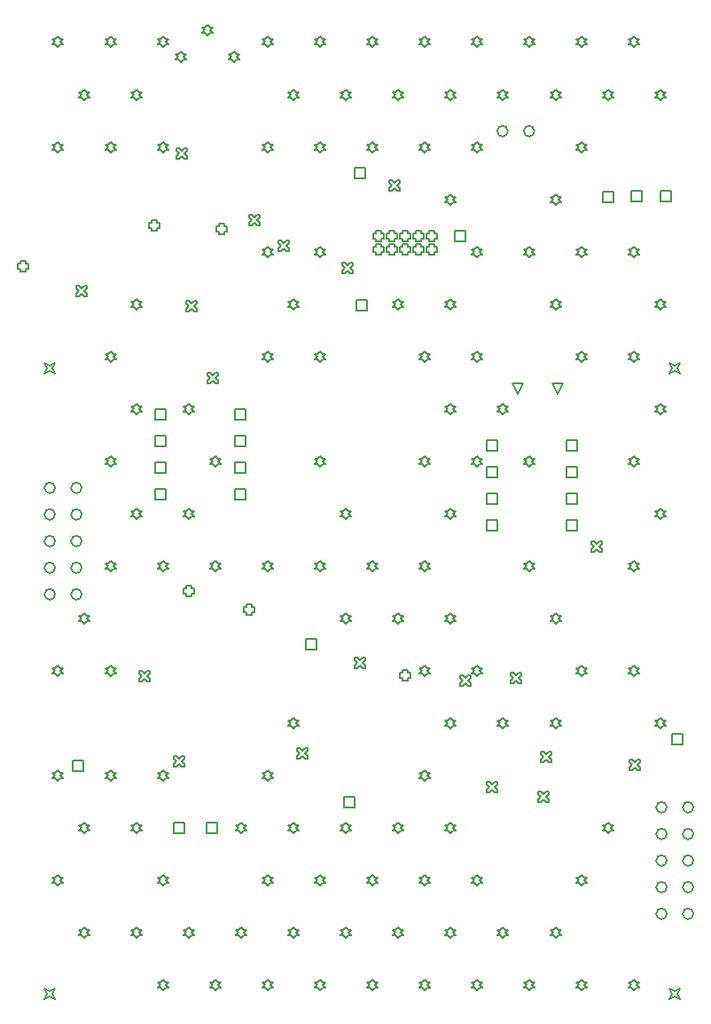
<source format=gbr>
%TF.GenerationSoftware,Altium Limited,Altium Designer,18.0.9 (584)*%
G04 Layer_Color=2752767*
%FSLAX26Y26*%
%MOIN*%
%TF.FileFunction,Drawing*%
%TF.Part,Single*%
G01*
G75*
%TA.AperFunction,NonConductor*%
%ADD53C,0.005000*%
%ADD102C,0.006667*%
D53*
X614913Y754110D02*
Y794110D01*
X654913D01*
Y754110D01*
X614913D01*
X2058338Y2403260D02*
X2038338Y2443260D01*
X2078338D01*
X2058338Y2403260D01*
X1908732D02*
X1888732Y2443260D01*
X1928732D01*
X1908732Y2403260D01*
X644110Y3649110D02*
X654110Y3659110D01*
X664110D01*
X654110Y3669110D01*
X664110Y3679110D01*
X654110D01*
X644110Y3689110D01*
X634110Y3679110D01*
X624110D01*
X634110Y3669110D01*
X624110Y3659110D01*
X634110D01*
X644110Y3649110D01*
X844110D02*
X854110Y3659110D01*
X864110D01*
X854110Y3669110D01*
X864110Y3679110D01*
X854110D01*
X844110Y3689110D01*
X834110Y3679110D01*
X824110D01*
X834110Y3669110D01*
X824110Y3659110D01*
X834110D01*
X844110Y3649110D01*
X744110Y3749110D02*
X754110Y3759110D01*
X764110D01*
X754110Y3769110D01*
X764110Y3779110D01*
X754110D01*
X744110Y3789110D01*
X734110Y3779110D01*
X724110D01*
X734110Y3769110D01*
X724110Y3759110D01*
X734110D01*
X744110Y3749110D01*
X1794134Y2189568D02*
Y2229568D01*
X1834134D01*
Y2189568D01*
X1794134D01*
Y2089568D02*
Y2129568D01*
X1834134D01*
Y2089568D01*
X1794134D01*
Y1989568D02*
Y2029568D01*
X1834134D01*
Y1989568D01*
X1794134D01*
Y1889568D02*
Y1929568D01*
X1834134D01*
Y1889568D01*
X1794134D01*
X2094134Y2189568D02*
Y2229568D01*
X2134134D01*
Y2189568D01*
X2094134D01*
Y2089568D02*
Y2129568D01*
X2134134D01*
Y2089568D01*
X2094134D01*
Y1989568D02*
Y2029568D01*
X2134134D01*
Y1989568D01*
X2094134D01*
Y1889568D02*
Y1929568D01*
X2134134D01*
Y1889568D01*
X2094134D01*
X130110Y130110D02*
X140110Y150110D01*
X130110Y170110D01*
X150110Y160110D01*
X170110Y170110D01*
X160110Y150110D01*
X170110Y130110D01*
X150110Y140110D01*
X130110Y130110D01*
X2480110D02*
X2490110Y150110D01*
X2480110Y170110D01*
X2500110Y160110D01*
X2520110Y170110D01*
X2510110Y150110D01*
X2520110Y130110D01*
X2500110Y140110D01*
X2480110Y130110D01*
X130110Y2480110D02*
X140110Y2500110D01*
X130110Y2520110D01*
X150110Y2510110D01*
X170110Y2520110D01*
X160110Y2500110D01*
X170110Y2480110D01*
X150110Y2490110D01*
X130110Y2480110D01*
X2480110D02*
X2490110Y2500110D01*
X2480110Y2520110D01*
X2500110Y2510110D01*
X2520110Y2520110D01*
X2510110Y2500110D01*
X2520110Y2480110D01*
X2500110Y2490110D01*
X2480110Y2480110D01*
X1575110Y2985112D02*
Y2975112D01*
X1595110D01*
Y2985112D01*
X1605110D01*
Y3005112D01*
X1595110D01*
Y3015112D01*
X1575110D01*
Y3005112D01*
X1565110D01*
Y2985112D01*
X1575110D01*
Y2935112D02*
Y2925112D01*
X1595110D01*
Y2935112D01*
X1605110D01*
Y2955112D01*
X1595110D01*
Y2965112D01*
X1575110D01*
Y2955112D01*
X1565110D01*
Y2935112D01*
X1575110D01*
X1525110Y2985112D02*
Y2975112D01*
X1545110D01*
Y2985112D01*
X1555110D01*
Y3005112D01*
X1545110D01*
Y3015112D01*
X1525110D01*
Y3005112D01*
X1515110D01*
Y2985112D01*
X1525110D01*
Y2935112D02*
Y2925112D01*
X1545110D01*
Y2935112D01*
X1555110D01*
Y2955112D01*
X1545110D01*
Y2965112D01*
X1525110D01*
Y2955112D01*
X1515110D01*
Y2935112D01*
X1525110D01*
X1475110Y2985112D02*
Y2975112D01*
X1495110D01*
Y2985112D01*
X1505110D01*
Y3005112D01*
X1495110D01*
Y3015112D01*
X1475110D01*
Y3005112D01*
X1465110D01*
Y2985112D01*
X1475110D01*
Y2935112D02*
Y2925112D01*
X1495110D01*
Y2935112D01*
X1505110D01*
Y2955112D01*
X1495110D01*
Y2965112D01*
X1475110D01*
Y2955112D01*
X1465110D01*
Y2935112D01*
X1475110D01*
X1425110Y2985112D02*
Y2975112D01*
X1445110D01*
Y2985112D01*
X1455110D01*
Y3005112D01*
X1445110D01*
Y3015112D01*
X1425110D01*
Y3005112D01*
X1415110D01*
Y2985112D01*
X1425110D01*
Y2935112D02*
Y2925112D01*
X1445110D01*
Y2935112D01*
X1455110D01*
Y2955112D01*
X1445110D01*
Y2965112D01*
X1425110D01*
Y2955112D01*
X1415110D01*
Y2935112D01*
X1425110D01*
X1375110Y2985112D02*
Y2975112D01*
X1395110D01*
Y2985112D01*
X1405110D01*
Y3005112D01*
X1395110D01*
Y3015112D01*
X1375110D01*
Y3005112D01*
X1365110D01*
Y2985112D01*
X1375110D01*
Y2935112D02*
Y2925112D01*
X1395110D01*
Y2935112D01*
X1405110D01*
Y2955112D01*
X1395110D01*
Y2965112D01*
X1375110D01*
Y2955112D01*
X1365110D01*
Y2935112D01*
X1375110D01*
X846110Y2007110D02*
Y2047110D01*
X886110D01*
Y2007110D01*
X846110D01*
Y2107110D02*
Y2147110D01*
X886110D01*
Y2107110D01*
X846110D01*
Y2207110D02*
Y2247110D01*
X886110D01*
Y2207110D01*
X846110D01*
Y2307110D02*
Y2347110D01*
X886110D01*
Y2307110D01*
X846110D01*
X546110Y2007110D02*
Y2047110D01*
X586110D01*
Y2007110D01*
X546110D01*
Y2107110D02*
Y2147110D01*
X586110D01*
Y2107110D01*
X546110D01*
Y2207110D02*
Y2247110D01*
X586110D01*
Y2207110D01*
X546110D01*
Y2307110D02*
Y2347110D01*
X586110D01*
Y2307110D01*
X546110D01*
X1295110Y3211110D02*
Y3251110D01*
X1335110D01*
Y3211110D01*
X1295110D01*
X1303110Y2715110D02*
Y2755110D01*
X1343110D01*
Y2715110D01*
X1303110D01*
X2446110Y3125110D02*
Y3165110D01*
X2486110D01*
Y3125110D01*
X2446110D01*
X2335110Y3125110D02*
Y3165110D01*
X2375110D01*
Y3125110D01*
X2335110D01*
X2230110Y3123810D02*
Y3163810D01*
X2270110D01*
Y3123810D01*
X2230110D01*
X1674110Y2977110D02*
Y3017110D01*
X1714110D01*
Y2977110D01*
X1674110D01*
X1112110Y1443110D02*
Y1483110D01*
X1152110D01*
Y1443110D01*
X1112110D01*
X740110Y754110D02*
Y794110D01*
X780110D01*
Y754110D01*
X740110D01*
X237759Y985858D02*
Y1025858D01*
X277759D01*
Y985858D01*
X237759D01*
X1255110Y848110D02*
Y888110D01*
X1295110D01*
Y848110D01*
X1255110D01*
X2491110Y1087110D02*
Y1127110D01*
X2531110D01*
Y1087110D01*
X2491110D01*
X1883009Y1317474D02*
X1893009D01*
X1903009Y1327474D01*
X1913009Y1317474D01*
X1923009D01*
Y1327474D01*
X1913009Y1337474D01*
X1923009Y1347474D01*
Y1357474D01*
X1913009D01*
X1903009Y1347474D01*
X1893009Y1357474D01*
X1883009D01*
Y1347474D01*
X1893009Y1337474D01*
X1883009Y1327474D01*
Y1317474D01*
X1793252Y906110D02*
X1803252D01*
X1813252Y916110D01*
X1823252Y906110D01*
X1833252D01*
Y916110D01*
X1823252Y926110D01*
X1833252Y936110D01*
Y946110D01*
X1823252D01*
X1813252Y936110D01*
X1803252Y946110D01*
X1793252D01*
Y936110D01*
X1803252Y926110D01*
X1793252Y916110D01*
Y906110D01*
X1985362Y870110D02*
X1995362D01*
X2005362Y880110D01*
X2015362Y870110D01*
X2025362D01*
Y880110D01*
X2015362Y890110D01*
X2025362Y900110D01*
Y910110D01*
X2015362D01*
X2005362Y900110D01*
X1995362Y910110D01*
X1985362D01*
Y900110D01*
X1995362Y890110D01*
X1985362Y880110D01*
Y870110D01*
X1475110Y1335110D02*
Y1325110D01*
X1495110D01*
Y1335110D01*
X1505110D01*
Y1355110D01*
X1495110D01*
Y1365110D01*
X1475110D01*
Y1355110D01*
X1465110D01*
Y1335110D01*
X1475110D01*
X2330110Y990110D02*
X2340110D01*
X2350110Y1000110D01*
X2360110Y990110D01*
X2370110D01*
Y1000110D01*
X2360110Y1010110D01*
X2370110Y1020110D01*
Y1030110D01*
X2360110D01*
X2350110Y1020110D01*
X2340110Y1030110D01*
X2330110D01*
Y1020110D01*
X2340110Y1010110D01*
X2330110Y1000110D01*
Y990110D01*
X890000Y1581492D02*
Y1571492D01*
X910000D01*
Y1581492D01*
X920000D01*
Y1601492D01*
X910000D01*
Y1611492D01*
X890000D01*
Y1601492D01*
X880000D01*
Y1581492D01*
X890000D01*
X662000Y1652000D02*
Y1642000D01*
X682000D01*
Y1652000D01*
X692000D01*
Y1672000D01*
X682000D01*
Y1682000D01*
X662000D01*
Y1672000D01*
X652000D01*
Y1652000D01*
X662000D01*
X39000Y2873000D02*
Y2863000D01*
X59000D01*
Y2873000D01*
X69000D01*
Y2893000D01*
X59000D01*
Y2903000D01*
X39000D01*
Y2893000D01*
X29000D01*
Y2873000D01*
X39000D01*
X250110Y2770110D02*
X260110D01*
X270110Y2780110D01*
X280110Y2770110D01*
X290110D01*
Y2780110D01*
X280110Y2790110D01*
X290110Y2800110D01*
Y2810110D01*
X280110D01*
X270110Y2800110D01*
X260110Y2810110D01*
X250110D01*
Y2800110D01*
X260110Y2790110D01*
X250110Y2780110D01*
Y2770110D01*
X787110Y3013110D02*
Y3003110D01*
X807110D01*
Y3013110D01*
X817110D01*
Y3033110D01*
X807110D01*
Y3043110D01*
X787110D01*
Y3033110D01*
X777110D01*
Y3013110D01*
X787110D01*
X2185110Y1810110D02*
X2195110D01*
X2205110Y1820110D01*
X2215110Y1810110D01*
X2225110D01*
Y1820110D01*
X2215110Y1830110D01*
X2225110Y1840110D01*
Y1850110D01*
X2215110D01*
X2205110Y1840110D01*
X2195110Y1850110D01*
X2185110D01*
Y1840110D01*
X2195110Y1830110D01*
X2185110Y1820110D01*
Y1810110D01*
X1995488Y1018780D02*
X2005488D01*
X2015488Y1028780D01*
X2025488Y1018780D01*
X2035488D01*
Y1028780D01*
X2025488Y1038780D01*
X2035488Y1048780D01*
Y1058780D01*
X2025488D01*
X2015488Y1048780D01*
X2005488Y1058780D01*
X1995488D01*
Y1048780D01*
X2005488Y1038780D01*
X1995488Y1028780D01*
Y1018780D01*
X1693800Y1305110D02*
X1703800D01*
X1713800Y1315110D01*
X1723800Y1305110D01*
X1733800D01*
Y1315110D01*
X1723800Y1325110D01*
X1733800Y1335110D01*
Y1345110D01*
X1723800D01*
X1713800Y1335110D01*
X1703800Y1345110D01*
X1693800D01*
Y1335110D01*
X1703800Y1325110D01*
X1693800Y1315110D01*
Y1305110D01*
X625110Y3285110D02*
X635110D01*
X645110Y3295110D01*
X655110Y3285110D01*
X665110D01*
Y3295110D01*
X655110Y3305110D01*
X665110Y3315110D01*
Y3325110D01*
X655110D01*
X645110Y3315110D01*
X635110Y3325110D01*
X625110D01*
Y3315110D01*
X635110Y3305110D01*
X625110Y3295110D01*
Y3285110D01*
X534110Y3027362D02*
Y3017362D01*
X554110D01*
Y3027362D01*
X564110D01*
Y3047362D01*
X554110D01*
Y3057362D01*
X534110D01*
Y3047362D01*
X524110D01*
Y3027362D01*
X534110D01*
X1010110Y2940110D02*
X1020110D01*
X1030110Y2950110D01*
X1040110Y2940110D01*
X1050110D01*
Y2950110D01*
X1040110Y2960110D01*
X1050110Y2970110D01*
Y2980110D01*
X1040110D01*
X1030110Y2970110D01*
X1020110Y2980110D01*
X1010110D01*
Y2970110D01*
X1020110Y2960110D01*
X1010110Y2950110D01*
Y2940110D01*
X901110Y3035110D02*
X911110D01*
X921110Y3045110D01*
X931110Y3035110D01*
X941110D01*
Y3045110D01*
X931110Y3055110D01*
X941110Y3065110D01*
Y3075110D01*
X931110D01*
X921110Y3065110D01*
X911110Y3075110D01*
X901110D01*
Y3065110D01*
X911110Y3055110D01*
X901110Y3045110D01*
Y3035110D01*
X662110Y2712110D02*
X672110D01*
X682110Y2722110D01*
X692110Y2712110D01*
X702110D01*
Y2722110D01*
X692110Y2732110D01*
X702110Y2742110D01*
Y2752110D01*
X692110D01*
X682110Y2742110D01*
X672110Y2752110D01*
X662110D01*
Y2742110D01*
X672110Y2732110D01*
X662110Y2722110D01*
Y2712110D01*
X1427616Y3165110D02*
X1437616D01*
X1447616Y3175110D01*
X1457616Y3165110D01*
X1467616D01*
Y3175110D01*
X1457616Y3185110D01*
X1467616Y3195110D01*
Y3205110D01*
X1457616D01*
X1447616Y3195110D01*
X1437616Y3205110D01*
X1427616D01*
Y3195110D01*
X1437616Y3185110D01*
X1427616Y3175110D01*
Y3165110D01*
X1248110Y2856110D02*
X1258110D01*
X1268110Y2866110D01*
X1278110Y2856110D01*
X1288110D01*
Y2866110D01*
X1278110Y2876110D01*
X1288110Y2886110D01*
Y2896110D01*
X1278110D01*
X1268110Y2886110D01*
X1258110Y2896110D01*
X1248110D01*
Y2886110D01*
X1258110Y2876110D01*
X1248110Y2866110D01*
Y2856110D01*
X742110Y2443110D02*
X752110D01*
X762110Y2453110D01*
X772110Y2443110D01*
X782110D01*
Y2453110D01*
X772110Y2463110D01*
X782110Y2473110D01*
Y2483110D01*
X772110D01*
X762110Y2473110D01*
X752110Y2483110D01*
X742110D01*
Y2473110D01*
X752110Y2463110D01*
X742110Y2453110D01*
Y2443110D01*
X1079110Y1033110D02*
X1089110D01*
X1099110Y1043110D01*
X1109110Y1033110D01*
X1119110D01*
Y1043110D01*
X1109110Y1053110D01*
X1119110Y1063110D01*
Y1073110D01*
X1109110D01*
X1099110Y1063110D01*
X1089110Y1073110D01*
X1079110D01*
Y1063110D01*
X1089110Y1053110D01*
X1079110Y1043110D01*
Y1033110D01*
X1296110Y1372065D02*
X1306110D01*
X1316110Y1382065D01*
X1326110Y1372065D01*
X1336110D01*
Y1382065D01*
X1326110Y1392065D01*
X1336110Y1402065D01*
Y1412065D01*
X1326110D01*
X1316110Y1402065D01*
X1306110Y1412065D01*
X1296110D01*
Y1402065D01*
X1306110Y1392065D01*
X1296110Y1382065D01*
Y1372065D01*
X485110Y1324110D02*
X495110D01*
X505110Y1334110D01*
X515110Y1324110D01*
X525110D01*
Y1334110D01*
X515110Y1344110D01*
X525110Y1354110D01*
Y1364110D01*
X515110D01*
X505110Y1354110D01*
X495110Y1364110D01*
X485110D01*
Y1354110D01*
X495110Y1344110D01*
X485110Y1334110D01*
Y1324110D01*
X614922Y1004110D02*
X624922D01*
X634922Y1014110D01*
X644922Y1004110D01*
X654922D01*
Y1014110D01*
X644922Y1024110D01*
X654922Y1034110D01*
Y1044110D01*
X644922D01*
X634922Y1034110D01*
X624922Y1044110D01*
X614922D01*
Y1034110D01*
X624922Y1024110D01*
X614922Y1014110D01*
Y1004110D01*
X279528Y357953D02*
X289528Y367953D01*
X299528D01*
X289528Y377953D01*
X299528Y387953D01*
X289528D01*
X279528Y397953D01*
X269528Y387953D01*
X259528D01*
X269528Y377953D01*
X259528Y367953D01*
X269528D01*
X279528Y357953D01*
X181102Y554803D02*
X191102Y564803D01*
X201102D01*
X191102Y574803D01*
X201102Y584803D01*
X191102D01*
X181102Y594803D01*
X171102Y584803D01*
X161102D01*
X171102Y574803D01*
X161102Y564803D01*
X171102D01*
X181102Y554803D01*
X279528Y751654D02*
X289528Y761654D01*
X299528D01*
X289528Y771654D01*
X299528Y781654D01*
X289528D01*
X279528Y791654D01*
X269528Y781654D01*
X259528D01*
X269528Y771654D01*
X259528Y761654D01*
X269528D01*
X279528Y751654D01*
X181102Y948504D02*
X191102Y958504D01*
X201102D01*
X191102Y968504D01*
X201102Y978504D01*
X191102D01*
X181102Y988504D01*
X171102Y978504D01*
X161102D01*
X171102Y968504D01*
X161102Y958504D01*
X171102D01*
X181102Y948504D01*
Y1342205D02*
X191102Y1352205D01*
X201102D01*
X191102Y1362205D01*
X201102Y1372205D01*
X191102D01*
X181102Y1382205D01*
X171102Y1372205D01*
X161102D01*
X171102Y1362205D01*
X161102Y1352205D01*
X171102D01*
X181102Y1342205D01*
X279528Y1539055D02*
X289528Y1549055D01*
X299528D01*
X289528Y1559055D01*
X299528Y1569055D01*
X289528D01*
X279528Y1579055D01*
X269528Y1569055D01*
X259528D01*
X269528Y1559055D01*
X259528Y1549055D01*
X269528D01*
X279528Y1539055D01*
X181102Y3310709D02*
X191102Y3320709D01*
X201102D01*
X191102Y3330709D01*
X201102Y3340709D01*
X191102D01*
X181102Y3350709D01*
X171102Y3340709D01*
X161102D01*
X171102Y3330709D01*
X161102Y3320709D01*
X171102D01*
X181102Y3310709D01*
X279528Y3507559D02*
X289528Y3517559D01*
X299528D01*
X289528Y3527559D01*
X299528Y3537559D01*
X289528D01*
X279528Y3547559D01*
X269528Y3537559D01*
X259528D01*
X269528Y3527559D01*
X259528Y3517559D01*
X269528D01*
X279528Y3507559D01*
X181102Y3704410D02*
X191102Y3714410D01*
X201102D01*
X191102Y3724410D01*
X201102Y3734410D01*
X191102D01*
X181102Y3744410D01*
X171102Y3734410D01*
X161102D01*
X171102Y3724410D01*
X161102Y3714410D01*
X171102D01*
X181102Y3704410D01*
X476378Y357953D02*
X486378Y367953D01*
X496378D01*
X486378Y377953D01*
X496378Y387953D01*
X486378D01*
X476378Y397953D01*
X466378Y387953D01*
X456378D01*
X466378Y377953D01*
X456378Y367953D01*
X466378D01*
X476378Y357953D01*
Y751654D02*
X486378Y761654D01*
X496378D01*
X486378Y771654D01*
X496378Y781654D01*
X486378D01*
X476378Y791654D01*
X466378Y781654D01*
X456378D01*
X466378Y771654D01*
X456378Y761654D01*
X466378D01*
X476378Y751654D01*
X377953Y948504D02*
X387953Y958504D01*
X397953D01*
X387953Y968504D01*
X397953Y978504D01*
X387953D01*
X377953Y988504D01*
X367953Y978504D01*
X357953D01*
X367953Y968504D01*
X357953Y958504D01*
X367953D01*
X377953Y948504D01*
Y1342205D02*
X387953Y1352205D01*
X397953D01*
X387953Y1362205D01*
X397953Y1372205D01*
X387953D01*
X377953Y1382205D01*
X367953Y1372205D01*
X357953D01*
X367953Y1362205D01*
X357953Y1352205D01*
X367953D01*
X377953Y1342205D01*
Y1735906D02*
X387953Y1745906D01*
X397953D01*
X387953Y1755906D01*
X397953Y1765906D01*
X387953D01*
X377953Y1775906D01*
X367953Y1765906D01*
X357953D01*
X367953Y1755906D01*
X357953Y1745906D01*
X367953D01*
X377953Y1735906D01*
X476378Y1932756D02*
X486378Y1942756D01*
X496378D01*
X486378Y1952756D01*
X496378Y1962756D01*
X486378D01*
X476378Y1972756D01*
X466378Y1962756D01*
X456378D01*
X466378Y1952756D01*
X456378Y1942756D01*
X466378D01*
X476378Y1932756D01*
X377953Y2129606D02*
X387953Y2139606D01*
X397953D01*
X387953Y2149606D01*
X397953Y2159606D01*
X387953D01*
X377953Y2169606D01*
X367953Y2159606D01*
X357953D01*
X367953Y2149606D01*
X357953Y2139606D01*
X367953D01*
X377953Y2129606D01*
X476378Y2326457D02*
X486378Y2336457D01*
X496378D01*
X486378Y2346457D01*
X496378Y2356457D01*
X486378D01*
X476378Y2366457D01*
X466378Y2356457D01*
X456378D01*
X466378Y2346457D01*
X456378Y2336457D01*
X466378D01*
X476378Y2326457D01*
X377953Y2523307D02*
X387953Y2533307D01*
X397953D01*
X387953Y2543307D01*
X397953Y2553307D01*
X387953D01*
X377953Y2563307D01*
X367953Y2553307D01*
X357953D01*
X367953Y2543307D01*
X357953Y2533307D01*
X367953D01*
X377953Y2523307D01*
X476378Y2720158D02*
X486378Y2730158D01*
X496378D01*
X486378Y2740158D01*
X496378Y2750158D01*
X486378D01*
X476378Y2760158D01*
X466378Y2750158D01*
X456378D01*
X466378Y2740158D01*
X456378Y2730158D01*
X466378D01*
X476378Y2720158D01*
X377953Y3310709D02*
X387953Y3320709D01*
X397953D01*
X387953Y3330709D01*
X397953Y3340709D01*
X387953D01*
X377953Y3350709D01*
X367953Y3340709D01*
X357953D01*
X367953Y3330709D01*
X357953Y3320709D01*
X367953D01*
X377953Y3310709D01*
X476378Y3507559D02*
X486378Y3517559D01*
X496378D01*
X486378Y3527559D01*
X496378Y3537559D01*
X486378D01*
X476378Y3547559D01*
X466378Y3537559D01*
X456378D01*
X466378Y3527559D01*
X456378Y3517559D01*
X466378D01*
X476378Y3507559D01*
X377953Y3704410D02*
X387953Y3714410D01*
X397953D01*
X387953Y3724410D01*
X397953Y3734410D01*
X387953D01*
X377953Y3744410D01*
X367953Y3734410D01*
X357953D01*
X367953Y3724410D01*
X357953Y3714410D01*
X367953D01*
X377953Y3704410D01*
X574803Y161102D02*
X584803Y171102D01*
X594803D01*
X584803Y181102D01*
X594803Y191102D01*
X584803D01*
X574803Y201102D01*
X564803Y191102D01*
X554803D01*
X564803Y181102D01*
X554803Y171102D01*
X564803D01*
X574803Y161102D01*
X673228Y357953D02*
X683228Y367953D01*
X693228D01*
X683228Y377953D01*
X693228Y387953D01*
X683228D01*
X673228Y397953D01*
X663228Y387953D01*
X653228D01*
X663228Y377953D01*
X653228Y367953D01*
X663228D01*
X673228Y357953D01*
X574803Y554803D02*
X584803Y564803D01*
X594803D01*
X584803Y574803D01*
X594803Y584803D01*
X584803D01*
X574803Y594803D01*
X564803Y584803D01*
X554803D01*
X564803Y574803D01*
X554803Y564803D01*
X564803D01*
X574803Y554803D01*
Y948504D02*
X584803Y958504D01*
X594803D01*
X584803Y968504D01*
X594803Y978504D01*
X584803D01*
X574803Y988504D01*
X564803Y978504D01*
X554803D01*
X564803Y968504D01*
X554803Y958504D01*
X564803D01*
X574803Y948504D01*
Y1735906D02*
X584803Y1745906D01*
X594803D01*
X584803Y1755906D01*
X594803Y1765906D01*
X584803D01*
X574803Y1775906D01*
X564803Y1765906D01*
X554803D01*
X564803Y1755906D01*
X554803Y1745906D01*
X564803D01*
X574803Y1735906D01*
X673228Y1932756D02*
X683228Y1942756D01*
X693228D01*
X683228Y1952756D01*
X693228Y1962756D01*
X683228D01*
X673228Y1972756D01*
X663228Y1962756D01*
X653228D01*
X663228Y1952756D01*
X653228Y1942756D01*
X663228D01*
X673228Y1932756D01*
Y2326457D02*
X683228Y2336457D01*
X693228D01*
X683228Y2346457D01*
X693228Y2356457D01*
X683228D01*
X673228Y2366457D01*
X663228Y2356457D01*
X653228D01*
X663228Y2346457D01*
X653228Y2336457D01*
X663228D01*
X673228Y2326457D01*
X574803Y3310709D02*
X584803Y3320709D01*
X594803D01*
X584803Y3330709D01*
X594803Y3340709D01*
X584803D01*
X574803Y3350709D01*
X564803Y3340709D01*
X554803D01*
X564803Y3330709D01*
X554803Y3320709D01*
X564803D01*
X574803Y3310709D01*
Y3704410D02*
X584803Y3714410D01*
X594803D01*
X584803Y3724410D01*
X594803Y3734410D01*
X584803D01*
X574803Y3744410D01*
X564803Y3734410D01*
X554803D01*
X564803Y3724410D01*
X554803Y3714410D01*
X564803D01*
X574803Y3704410D01*
X771654Y161102D02*
X781654Y171102D01*
X791654D01*
X781654Y181102D01*
X791654Y191102D01*
X781654D01*
X771654Y201102D01*
X761654Y191102D01*
X751654D01*
X761654Y181102D01*
X751654Y171102D01*
X761654D01*
X771654Y161102D01*
X870079Y357953D02*
X880079Y367953D01*
X890079D01*
X880079Y377953D01*
X890079Y387953D01*
X880079D01*
X870079Y397953D01*
X860079Y387953D01*
X850079D01*
X860079Y377953D01*
X850079Y367953D01*
X860079D01*
X870079Y357953D01*
Y751654D02*
X880079Y761654D01*
X890079D01*
X880079Y771654D01*
X890079Y781654D01*
X880079D01*
X870079Y791654D01*
X860079Y781654D01*
X850079D01*
X860079Y771654D01*
X850079Y761654D01*
X860079D01*
X870079Y751654D01*
X771654Y1735906D02*
X781654Y1745906D01*
X791654D01*
X781654Y1755906D01*
X791654Y1765906D01*
X781654D01*
X771654Y1775906D01*
X761654Y1765906D01*
X751654D01*
X761654Y1755906D01*
X751654Y1745906D01*
X761654D01*
X771654Y1735906D01*
Y2129606D02*
X781654Y2139606D01*
X791654D01*
X781654Y2149606D01*
X791654Y2159606D01*
X781654D01*
X771654Y2169606D01*
X761654Y2159606D01*
X751654D01*
X761654Y2149606D01*
X751654Y2139606D01*
X761654D01*
X771654Y2129606D01*
X968504Y161102D02*
X978504Y171102D01*
X988504D01*
X978504Y181102D01*
X988504Y191102D01*
X978504D01*
X968504Y201102D01*
X958504Y191102D01*
X948504D01*
X958504Y181102D01*
X948504Y171102D01*
X958504D01*
X968504Y161102D01*
X1066929Y357953D02*
X1076929Y367953D01*
X1086929D01*
X1076929Y377953D01*
X1086929Y387953D01*
X1076929D01*
X1066929Y397953D01*
X1056929Y387953D01*
X1046929D01*
X1056929Y377953D01*
X1046929Y367953D01*
X1056929D01*
X1066929Y357953D01*
X968504Y554803D02*
X978504Y564803D01*
X988504D01*
X978504Y574803D01*
X988504Y584803D01*
X978504D01*
X968504Y594803D01*
X958504Y584803D01*
X948504D01*
X958504Y574803D01*
X948504Y564803D01*
X958504D01*
X968504Y554803D01*
X1066929Y751654D02*
X1076929Y761654D01*
X1086929D01*
X1076929Y771654D01*
X1086929Y781654D01*
X1076929D01*
X1066929Y791654D01*
X1056929Y781654D01*
X1046929D01*
X1056929Y771654D01*
X1046929Y761654D01*
X1056929D01*
X1066929Y751654D01*
X968504Y948504D02*
X978504Y958504D01*
X988504D01*
X978504Y968504D01*
X988504Y978504D01*
X978504D01*
X968504Y988504D01*
X958504Y978504D01*
X948504D01*
X958504Y968504D01*
X948504Y958504D01*
X958504D01*
X968504Y948504D01*
X1066929Y1145354D02*
X1076929Y1155354D01*
X1086929D01*
X1076929Y1165354D01*
X1086929Y1175354D01*
X1076929D01*
X1066929Y1185354D01*
X1056929Y1175354D01*
X1046929D01*
X1056929Y1165354D01*
X1046929Y1155354D01*
X1056929D01*
X1066929Y1145354D01*
X968504Y1735906D02*
X978504Y1745906D01*
X988504D01*
X978504Y1755906D01*
X988504Y1765906D01*
X978504D01*
X968504Y1775906D01*
X958504Y1765906D01*
X948504D01*
X958504Y1755906D01*
X948504Y1745906D01*
X958504D01*
X968504Y1735906D01*
Y2523307D02*
X978504Y2533307D01*
X988504D01*
X978504Y2543307D01*
X988504Y2553307D01*
X978504D01*
X968504Y2563307D01*
X958504Y2553307D01*
X948504D01*
X958504Y2543307D01*
X948504Y2533307D01*
X958504D01*
X968504Y2523307D01*
X1066929Y2720158D02*
X1076929Y2730158D01*
X1086929D01*
X1076929Y2740158D01*
X1086929Y2750158D01*
X1076929D01*
X1066929Y2760158D01*
X1056929Y2750158D01*
X1046929D01*
X1056929Y2740158D01*
X1046929Y2730158D01*
X1056929D01*
X1066929Y2720158D01*
X968504Y2917008D02*
X978504Y2927008D01*
X988504D01*
X978504Y2937008D01*
X988504Y2947008D01*
X978504D01*
X968504Y2957008D01*
X958504Y2947008D01*
X948504D01*
X958504Y2937008D01*
X948504Y2927008D01*
X958504D01*
X968504Y2917008D01*
Y3310709D02*
X978504Y3320709D01*
X988504D01*
X978504Y3330709D01*
X988504Y3340709D01*
X978504D01*
X968504Y3350709D01*
X958504Y3340709D01*
X948504D01*
X958504Y3330709D01*
X948504Y3320709D01*
X958504D01*
X968504Y3310709D01*
X1066929Y3507559D02*
X1076929Y3517559D01*
X1086929D01*
X1076929Y3527559D01*
X1086929Y3537559D01*
X1076929D01*
X1066929Y3547559D01*
X1056929Y3537559D01*
X1046929D01*
X1056929Y3527559D01*
X1046929Y3517559D01*
X1056929D01*
X1066929Y3507559D01*
X968504Y3704410D02*
X978504Y3714410D01*
X988504D01*
X978504Y3724410D01*
X988504Y3734410D01*
X978504D01*
X968504Y3744410D01*
X958504Y3734410D01*
X948504D01*
X958504Y3724410D01*
X948504Y3714410D01*
X958504D01*
X968504Y3704410D01*
X1165354Y161102D02*
X1175354Y171102D01*
X1185354D01*
X1175354Y181102D01*
X1185354Y191102D01*
X1175354D01*
X1165354Y201102D01*
X1155354Y191102D01*
X1145354D01*
X1155354Y181102D01*
X1145354Y171102D01*
X1155354D01*
X1165354Y161102D01*
X1263780Y357953D02*
X1273780Y367953D01*
X1283780D01*
X1273780Y377953D01*
X1283780Y387953D01*
X1273780D01*
X1263780Y397953D01*
X1253780Y387953D01*
X1243780D01*
X1253780Y377953D01*
X1243780Y367953D01*
X1253780D01*
X1263780Y357953D01*
X1165354Y554803D02*
X1175354Y564803D01*
X1185354D01*
X1175354Y574803D01*
X1185354Y584803D01*
X1175354D01*
X1165354Y594803D01*
X1155354Y584803D01*
X1145354D01*
X1155354Y574803D01*
X1145354Y564803D01*
X1155354D01*
X1165354Y554803D01*
X1263780Y751654D02*
X1273780Y761654D01*
X1283780D01*
X1273780Y771654D01*
X1283780Y781654D01*
X1273780D01*
X1263780Y791654D01*
X1253780Y781654D01*
X1243780D01*
X1253780Y771654D01*
X1243780Y761654D01*
X1253780D01*
X1263780Y751654D01*
Y1539055D02*
X1273780Y1549055D01*
X1283780D01*
X1273780Y1559055D01*
X1283780Y1569055D01*
X1273780D01*
X1263780Y1579055D01*
X1253780Y1569055D01*
X1243780D01*
X1253780Y1559055D01*
X1243780Y1549055D01*
X1253780D01*
X1263780Y1539055D01*
X1165354Y1735906D02*
X1175354Y1745906D01*
X1185354D01*
X1175354Y1755906D01*
X1185354Y1765906D01*
X1175354D01*
X1165354Y1775906D01*
X1155354Y1765906D01*
X1145354D01*
X1155354Y1755906D01*
X1145354Y1745906D01*
X1155354D01*
X1165354Y1735906D01*
X1263780Y1932756D02*
X1273780Y1942756D01*
X1283780D01*
X1273780Y1952756D01*
X1283780Y1962756D01*
X1273780D01*
X1263780Y1972756D01*
X1253780Y1962756D01*
X1243780D01*
X1253780Y1952756D01*
X1243780Y1942756D01*
X1253780D01*
X1263780Y1932756D01*
X1165354Y2129606D02*
X1175354Y2139606D01*
X1185354D01*
X1175354Y2149606D01*
X1185354Y2159606D01*
X1175354D01*
X1165354Y2169606D01*
X1155354Y2159606D01*
X1145354D01*
X1155354Y2149606D01*
X1145354Y2139606D01*
X1155354D01*
X1165354Y2129606D01*
Y2523307D02*
X1175354Y2533307D01*
X1185354D01*
X1175354Y2543307D01*
X1185354Y2553307D01*
X1175354D01*
X1165354Y2563307D01*
X1155354Y2553307D01*
X1145354D01*
X1155354Y2543307D01*
X1145354Y2533307D01*
X1155354D01*
X1165354Y2523307D01*
Y2917008D02*
X1175354Y2927008D01*
X1185354D01*
X1175354Y2937008D01*
X1185354Y2947008D01*
X1175354D01*
X1165354Y2957008D01*
X1155354Y2947008D01*
X1145354D01*
X1155354Y2937008D01*
X1145354Y2927008D01*
X1155354D01*
X1165354Y2917008D01*
Y3310709D02*
X1175354Y3320709D01*
X1185354D01*
X1175354Y3330709D01*
X1185354Y3340709D01*
X1175354D01*
X1165354Y3350709D01*
X1155354Y3340709D01*
X1145354D01*
X1155354Y3330709D01*
X1145354Y3320709D01*
X1155354D01*
X1165354Y3310709D01*
X1263780Y3507559D02*
X1273780Y3517559D01*
X1283780D01*
X1273780Y3527559D01*
X1283780Y3537559D01*
X1273780D01*
X1263780Y3547559D01*
X1253780Y3537559D01*
X1243780D01*
X1253780Y3527559D01*
X1243780Y3517559D01*
X1253780D01*
X1263780Y3507559D01*
X1165354Y3704410D02*
X1175354Y3714410D01*
X1185354D01*
X1175354Y3724410D01*
X1185354Y3734410D01*
X1175354D01*
X1165354Y3744410D01*
X1155354Y3734410D01*
X1145354D01*
X1155354Y3724410D01*
X1145354Y3714410D01*
X1155354D01*
X1165354Y3704410D01*
X1362205Y161102D02*
X1372205Y171102D01*
X1382205D01*
X1372205Y181102D01*
X1382205Y191102D01*
X1372205D01*
X1362205Y201102D01*
X1352205Y191102D01*
X1342205D01*
X1352205Y181102D01*
X1342205Y171102D01*
X1352205D01*
X1362205Y161102D01*
X1460630Y357953D02*
X1470630Y367953D01*
X1480630D01*
X1470630Y377953D01*
X1480630Y387953D01*
X1470630D01*
X1460630Y397953D01*
X1450630Y387953D01*
X1440630D01*
X1450630Y377953D01*
X1440630Y367953D01*
X1450630D01*
X1460630Y357953D01*
X1362205Y554803D02*
X1372205Y564803D01*
X1382205D01*
X1372205Y574803D01*
X1382205Y584803D01*
X1372205D01*
X1362205Y594803D01*
X1352205Y584803D01*
X1342205D01*
X1352205Y574803D01*
X1342205Y564803D01*
X1352205D01*
X1362205Y554803D01*
X1460630Y751654D02*
X1470630Y761654D01*
X1480630D01*
X1470630Y771654D01*
X1480630Y781654D01*
X1470630D01*
X1460630Y791654D01*
X1450630Y781654D01*
X1440630D01*
X1450630Y771654D01*
X1440630Y761654D01*
X1450630D01*
X1460630Y751654D01*
Y1539055D02*
X1470630Y1549055D01*
X1480630D01*
X1470630Y1559055D01*
X1480630Y1569055D01*
X1470630D01*
X1460630Y1579055D01*
X1450630Y1569055D01*
X1440630D01*
X1450630Y1559055D01*
X1440630Y1549055D01*
X1450630D01*
X1460630Y1539055D01*
X1362205Y1735906D02*
X1372205Y1745906D01*
X1382205D01*
X1372205Y1755906D01*
X1382205Y1765906D01*
X1372205D01*
X1362205Y1775906D01*
X1352205Y1765906D01*
X1342205D01*
X1352205Y1755906D01*
X1342205Y1745906D01*
X1352205D01*
X1362205Y1735906D01*
X1460630Y2720158D02*
X1470630Y2730158D01*
X1480630D01*
X1470630Y2740158D01*
X1480630Y2750158D01*
X1470630D01*
X1460630Y2760158D01*
X1450630Y2750158D01*
X1440630D01*
X1450630Y2740158D01*
X1440630Y2730158D01*
X1450630D01*
X1460630Y2720158D01*
X1362205Y3310709D02*
X1372205Y3320709D01*
X1382205D01*
X1372205Y3330709D01*
X1382205Y3340709D01*
X1372205D01*
X1362205Y3350709D01*
X1352205Y3340709D01*
X1342205D01*
X1352205Y3330709D01*
X1342205Y3320709D01*
X1352205D01*
X1362205Y3310709D01*
X1460630Y3507559D02*
X1470630Y3517559D01*
X1480630D01*
X1470630Y3527559D01*
X1480630Y3537559D01*
X1470630D01*
X1460630Y3547559D01*
X1450630Y3537559D01*
X1440630D01*
X1450630Y3527559D01*
X1440630Y3517559D01*
X1450630D01*
X1460630Y3507559D01*
X1362205Y3704410D02*
X1372205Y3714410D01*
X1382205D01*
X1372205Y3724410D01*
X1382205Y3734410D01*
X1372205D01*
X1362205Y3744410D01*
X1352205Y3734410D01*
X1342205D01*
X1352205Y3724410D01*
X1342205Y3714410D01*
X1352205D01*
X1362205Y3704410D01*
X1559055Y161102D02*
X1569055Y171102D01*
X1579055D01*
X1569055Y181102D01*
X1579055Y191102D01*
X1569055D01*
X1559055Y201102D01*
X1549055Y191102D01*
X1539055D01*
X1549055Y181102D01*
X1539055Y171102D01*
X1549055D01*
X1559055Y161102D01*
X1657480Y357953D02*
X1667480Y367953D01*
X1677480D01*
X1667480Y377953D01*
X1677480Y387953D01*
X1667480D01*
X1657480Y397953D01*
X1647480Y387953D01*
X1637480D01*
X1647480Y377953D01*
X1637480Y367953D01*
X1647480D01*
X1657480Y357953D01*
X1559055Y554803D02*
X1569055Y564803D01*
X1579055D01*
X1569055Y574803D01*
X1579055Y584803D01*
X1569055D01*
X1559055Y594803D01*
X1549055Y584803D01*
X1539055D01*
X1549055Y574803D01*
X1539055Y564803D01*
X1549055D01*
X1559055Y554803D01*
X1657480Y751654D02*
X1667480Y761654D01*
X1677480D01*
X1667480Y771654D01*
X1677480Y781654D01*
X1667480D01*
X1657480Y791654D01*
X1647480Y781654D01*
X1637480D01*
X1647480Y771654D01*
X1637480Y761654D01*
X1647480D01*
X1657480Y751654D01*
X1559055Y948504D02*
X1569055Y958504D01*
X1579055D01*
X1569055Y968504D01*
X1579055Y978504D01*
X1569055D01*
X1559055Y988504D01*
X1549055Y978504D01*
X1539055D01*
X1549055Y968504D01*
X1539055Y958504D01*
X1549055D01*
X1559055Y948504D01*
X1657480Y1145354D02*
X1667480Y1155354D01*
X1677480D01*
X1667480Y1165354D01*
X1677480Y1175354D01*
X1667480D01*
X1657480Y1185354D01*
X1647480Y1175354D01*
X1637480D01*
X1647480Y1165354D01*
X1637480Y1155354D01*
X1647480D01*
X1657480Y1145354D01*
X1559055Y1342205D02*
X1569055Y1352205D01*
X1579055D01*
X1569055Y1362205D01*
X1579055Y1372205D01*
X1569055D01*
X1559055Y1382205D01*
X1549055Y1372205D01*
X1539055D01*
X1549055Y1362205D01*
X1539055Y1352205D01*
X1549055D01*
X1559055Y1342205D01*
X1657480Y1539055D02*
X1667480Y1549055D01*
X1677480D01*
X1667480Y1559055D01*
X1677480Y1569055D01*
X1667480D01*
X1657480Y1579055D01*
X1647480Y1569055D01*
X1637480D01*
X1647480Y1559055D01*
X1637480Y1549055D01*
X1647480D01*
X1657480Y1539055D01*
X1559055Y1735906D02*
X1569055Y1745906D01*
X1579055D01*
X1569055Y1755906D01*
X1579055Y1765906D01*
X1569055D01*
X1559055Y1775906D01*
X1549055Y1765906D01*
X1539055D01*
X1549055Y1755906D01*
X1539055Y1745906D01*
X1549055D01*
X1559055Y1735906D01*
X1657480Y1932756D02*
X1667480Y1942756D01*
X1677480D01*
X1667480Y1952756D01*
X1677480Y1962756D01*
X1667480D01*
X1657480Y1972756D01*
X1647480Y1962756D01*
X1637480D01*
X1647480Y1952756D01*
X1637480Y1942756D01*
X1647480D01*
X1657480Y1932756D01*
X1559055Y2129606D02*
X1569055Y2139606D01*
X1579055D01*
X1569055Y2149606D01*
X1579055Y2159606D01*
X1569055D01*
X1559055Y2169606D01*
X1549055Y2159606D01*
X1539055D01*
X1549055Y2149606D01*
X1539055Y2139606D01*
X1549055D01*
X1559055Y2129606D01*
X1657480Y2326457D02*
X1667480Y2336457D01*
X1677480D01*
X1667480Y2346457D01*
X1677480Y2356457D01*
X1667480D01*
X1657480Y2366457D01*
X1647480Y2356457D01*
X1637480D01*
X1647480Y2346457D01*
X1637480Y2336457D01*
X1647480D01*
X1657480Y2326457D01*
X1559055Y2523307D02*
X1569055Y2533307D01*
X1579055D01*
X1569055Y2543307D01*
X1579055Y2553307D01*
X1569055D01*
X1559055Y2563307D01*
X1549055Y2553307D01*
X1539055D01*
X1549055Y2543307D01*
X1539055Y2533307D01*
X1549055D01*
X1559055Y2523307D01*
X1657480Y2720158D02*
X1667480Y2730158D01*
X1677480D01*
X1667480Y2740158D01*
X1677480Y2750158D01*
X1667480D01*
X1657480Y2760158D01*
X1647480Y2750158D01*
X1637480D01*
X1647480Y2740158D01*
X1637480Y2730158D01*
X1647480D01*
X1657480Y2720158D01*
Y3113858D02*
X1667480Y3123858D01*
X1677480D01*
X1667480Y3133858D01*
X1677480Y3143858D01*
X1667480D01*
X1657480Y3153858D01*
X1647480Y3143858D01*
X1637480D01*
X1647480Y3133858D01*
X1637480Y3123858D01*
X1647480D01*
X1657480Y3113858D01*
X1559055Y3310709D02*
X1569055Y3320709D01*
X1579055D01*
X1569055Y3330709D01*
X1579055Y3340709D01*
X1569055D01*
X1559055Y3350709D01*
X1549055Y3340709D01*
X1539055D01*
X1549055Y3330709D01*
X1539055Y3320709D01*
X1549055D01*
X1559055Y3310709D01*
X1657480Y3507559D02*
X1667480Y3517559D01*
X1677480D01*
X1667480Y3527559D01*
X1677480Y3537559D01*
X1667480D01*
X1657480Y3547559D01*
X1647480Y3537559D01*
X1637480D01*
X1647480Y3527559D01*
X1637480Y3517559D01*
X1647480D01*
X1657480Y3507559D01*
X1559055Y3704410D02*
X1569055Y3714410D01*
X1579055D01*
X1569055Y3724410D01*
X1579055Y3734410D01*
X1569055D01*
X1559055Y3744410D01*
X1549055Y3734410D01*
X1539055D01*
X1549055Y3724410D01*
X1539055Y3714410D01*
X1549055D01*
X1559055Y3704410D01*
X1755906Y161102D02*
X1765906Y171102D01*
X1775906D01*
X1765906Y181102D01*
X1775906Y191102D01*
X1765906D01*
X1755906Y201102D01*
X1745906Y191102D01*
X1735906D01*
X1745906Y181102D01*
X1735906Y171102D01*
X1745906D01*
X1755906Y161102D01*
X1854331Y357953D02*
X1864331Y367953D01*
X1874331D01*
X1864331Y377953D01*
X1874331Y387953D01*
X1864331D01*
X1854331Y397953D01*
X1844331Y387953D01*
X1834331D01*
X1844331Y377953D01*
X1834331Y367953D01*
X1844331D01*
X1854331Y357953D01*
X1755906Y554803D02*
X1765906Y564803D01*
X1775906D01*
X1765906Y574803D01*
X1775906Y584803D01*
X1765906D01*
X1755906Y594803D01*
X1745906Y584803D01*
X1735906D01*
X1745906Y574803D01*
X1735906Y564803D01*
X1745906D01*
X1755906Y554803D01*
X1854331Y1145354D02*
X1864331Y1155354D01*
X1874331D01*
X1864331Y1165354D01*
X1874331Y1175354D01*
X1864331D01*
X1854331Y1185354D01*
X1844331Y1175354D01*
X1834331D01*
X1844331Y1165354D01*
X1834331Y1155354D01*
X1844331D01*
X1854331Y1145354D01*
X1755906Y1342205D02*
X1765906Y1352205D01*
X1775906D01*
X1765906Y1362205D01*
X1775906Y1372205D01*
X1765906D01*
X1755906Y1382205D01*
X1745906Y1372205D01*
X1735906D01*
X1745906Y1362205D01*
X1735906Y1352205D01*
X1745906D01*
X1755906Y1342205D01*
Y2129606D02*
X1765906Y2139606D01*
X1775906D01*
X1765906Y2149606D01*
X1775906Y2159606D01*
X1765906D01*
X1755906Y2169606D01*
X1745906Y2159606D01*
X1735906D01*
X1745906Y2149606D01*
X1735906Y2139606D01*
X1745906D01*
X1755906Y2129606D01*
X1854331Y2326457D02*
X1864331Y2336457D01*
X1874331D01*
X1864331Y2346457D01*
X1874331Y2356457D01*
X1864331D01*
X1854331Y2366457D01*
X1844331Y2356457D01*
X1834331D01*
X1844331Y2346457D01*
X1834331Y2336457D01*
X1844331D01*
X1854331Y2326457D01*
X1755906Y2523307D02*
X1765906Y2533307D01*
X1775906D01*
X1765906Y2543307D01*
X1775906Y2553307D01*
X1765906D01*
X1755906Y2563307D01*
X1745906Y2553307D01*
X1735906D01*
X1745906Y2543307D01*
X1735906Y2533307D01*
X1745906D01*
X1755906Y2523307D01*
Y2917008D02*
X1765906Y2927008D01*
X1775906D01*
X1765906Y2937008D01*
X1775906Y2947008D01*
X1765906D01*
X1755906Y2957008D01*
X1745906Y2947008D01*
X1735906D01*
X1745906Y2937008D01*
X1735906Y2927008D01*
X1745906D01*
X1755906Y2917008D01*
Y3310709D02*
X1765906Y3320709D01*
X1775906D01*
X1765906Y3330709D01*
X1775906Y3340709D01*
X1765906D01*
X1755906Y3350709D01*
X1745906Y3340709D01*
X1735906D01*
X1745906Y3330709D01*
X1735906Y3320709D01*
X1745906D01*
X1755906Y3310709D01*
X1854331Y3507559D02*
X1864331Y3517559D01*
X1874331D01*
X1864331Y3527559D01*
X1874331Y3537559D01*
X1864331D01*
X1854331Y3547559D01*
X1844331Y3537559D01*
X1834331D01*
X1844331Y3527559D01*
X1834331Y3517559D01*
X1844331D01*
X1854331Y3507559D01*
X1755906Y3704410D02*
X1765906Y3714410D01*
X1775906D01*
X1765906Y3724410D01*
X1775906Y3734410D01*
X1765906D01*
X1755906Y3744410D01*
X1745906Y3734410D01*
X1735906D01*
X1745906Y3724410D01*
X1735906Y3714410D01*
X1745906D01*
X1755906Y3704410D01*
X1952756Y161102D02*
X1962756Y171102D01*
X1972756D01*
X1962756Y181102D01*
X1972756Y191102D01*
X1962756D01*
X1952756Y201102D01*
X1942756Y191102D01*
X1932756D01*
X1942756Y181102D01*
X1932756Y171102D01*
X1942756D01*
X1952756Y161102D01*
X2051181Y357953D02*
X2061181Y367953D01*
X2071181D01*
X2061181Y377953D01*
X2071181Y387953D01*
X2061181D01*
X2051181Y397953D01*
X2041181Y387953D01*
X2031181D01*
X2041181Y377953D01*
X2031181Y367953D01*
X2041181D01*
X2051181Y357953D01*
Y1145354D02*
X2061181Y1155354D01*
X2071181D01*
X2061181Y1165354D01*
X2071181Y1175354D01*
X2061181D01*
X2051181Y1185354D01*
X2041181Y1175354D01*
X2031181D01*
X2041181Y1165354D01*
X2031181Y1155354D01*
X2041181D01*
X2051181Y1145354D01*
Y1539055D02*
X2061181Y1549055D01*
X2071181D01*
X2061181Y1559055D01*
X2071181Y1569055D01*
X2061181D01*
X2051181Y1579055D01*
X2041181Y1569055D01*
X2031181D01*
X2041181Y1559055D01*
X2031181Y1549055D01*
X2041181D01*
X2051181Y1539055D01*
X1952756Y1735906D02*
X1962756Y1745906D01*
X1972756D01*
X1962756Y1755906D01*
X1972756Y1765906D01*
X1962756D01*
X1952756Y1775906D01*
X1942756Y1765906D01*
X1932756D01*
X1942756Y1755906D01*
X1932756Y1745906D01*
X1942756D01*
X1952756Y1735906D01*
Y2129606D02*
X1962756Y2139606D01*
X1972756D01*
X1962756Y2149606D01*
X1972756Y2159606D01*
X1962756D01*
X1952756Y2169606D01*
X1942756Y2159606D01*
X1932756D01*
X1942756Y2149606D01*
X1932756Y2139606D01*
X1942756D01*
X1952756Y2129606D01*
X2051181Y2720158D02*
X2061181Y2730158D01*
X2071181D01*
X2061181Y2740158D01*
X2071181Y2750158D01*
X2061181D01*
X2051181Y2760158D01*
X2041181Y2750158D01*
X2031181D01*
X2041181Y2740158D01*
X2031181Y2730158D01*
X2041181D01*
X2051181Y2720158D01*
X1952756Y2917008D02*
X1962756Y2927008D01*
X1972756D01*
X1962756Y2937008D01*
X1972756Y2947008D01*
X1962756D01*
X1952756Y2957008D01*
X1942756Y2947008D01*
X1932756D01*
X1942756Y2937008D01*
X1932756Y2927008D01*
X1942756D01*
X1952756Y2917008D01*
X2051181Y3113858D02*
X2061181Y3123858D01*
X2071181D01*
X2061181Y3133858D01*
X2071181Y3143858D01*
X2061181D01*
X2051181Y3153858D01*
X2041181Y3143858D01*
X2031181D01*
X2041181Y3133858D01*
X2031181Y3123858D01*
X2041181D01*
X2051181Y3113858D01*
Y3507559D02*
X2061181Y3517559D01*
X2071181D01*
X2061181Y3527559D01*
X2071181Y3537559D01*
X2061181D01*
X2051181Y3547559D01*
X2041181Y3537559D01*
X2031181D01*
X2041181Y3527559D01*
X2031181Y3517559D01*
X2041181D01*
X2051181Y3507559D01*
X1952756Y3704410D02*
X1962756Y3714410D01*
X1972756D01*
X1962756Y3724410D01*
X1972756Y3734410D01*
X1962756D01*
X1952756Y3744410D01*
X1942756Y3734410D01*
X1932756D01*
X1942756Y3724410D01*
X1932756Y3714410D01*
X1942756D01*
X1952756Y3704410D01*
X2149606Y161102D02*
X2159606Y171102D01*
X2169606D01*
X2159606Y181102D01*
X2169606Y191102D01*
X2159606D01*
X2149606Y201102D01*
X2139606Y191102D01*
X2129606D01*
X2139606Y181102D01*
X2129606Y171102D01*
X2139606D01*
X2149606Y161102D01*
Y554803D02*
X2159606Y564803D01*
X2169606D01*
X2159606Y574803D01*
X2169606Y584803D01*
X2159606D01*
X2149606Y594803D01*
X2139606Y584803D01*
X2129606D01*
X2139606Y574803D01*
X2129606Y564803D01*
X2139606D01*
X2149606Y554803D01*
X2248032Y751654D02*
X2258032Y761654D01*
X2268032D01*
X2258032Y771654D01*
X2268032Y781654D01*
X2258032D01*
X2248032Y791654D01*
X2238032Y781654D01*
X2228032D01*
X2238032Y771654D01*
X2228032Y761654D01*
X2238032D01*
X2248032Y751654D01*
X2149606Y1342205D02*
X2159606Y1352205D01*
X2169606D01*
X2159606Y1362205D01*
X2169606Y1372205D01*
X2159606D01*
X2149606Y1382205D01*
X2139606Y1372205D01*
X2129606D01*
X2139606Y1362205D01*
X2129606Y1352205D01*
X2139606D01*
X2149606Y1342205D01*
Y2523307D02*
X2159606Y2533307D01*
X2169606D01*
X2159606Y2543307D01*
X2169606Y2553307D01*
X2159606D01*
X2149606Y2563307D01*
X2139606Y2553307D01*
X2129606D01*
X2139606Y2543307D01*
X2129606Y2533307D01*
X2139606D01*
X2149606Y2523307D01*
Y2917008D02*
X2159606Y2927008D01*
X2169606D01*
X2159606Y2937008D01*
X2169606Y2947008D01*
X2159606D01*
X2149606Y2957008D01*
X2139606Y2947008D01*
X2129606D01*
X2139606Y2937008D01*
X2129606Y2927008D01*
X2139606D01*
X2149606Y2917008D01*
Y3310709D02*
X2159606Y3320709D01*
X2169606D01*
X2159606Y3330709D01*
X2169606Y3340709D01*
X2159606D01*
X2149606Y3350709D01*
X2139606Y3340709D01*
X2129606D01*
X2139606Y3330709D01*
X2129606Y3320709D01*
X2139606D01*
X2149606Y3310709D01*
X2248032Y3507559D02*
X2258032Y3517559D01*
X2268032D01*
X2258032Y3527559D01*
X2268032Y3537559D01*
X2258032D01*
X2248032Y3547559D01*
X2238032Y3537559D01*
X2228032D01*
X2238032Y3527559D01*
X2228032Y3517559D01*
X2238032D01*
X2248032Y3507559D01*
X2149606Y3704410D02*
X2159606Y3714410D01*
X2169606D01*
X2159606Y3724410D01*
X2169606Y3734410D01*
X2159606D01*
X2149606Y3744410D01*
X2139606Y3734410D01*
X2129606D01*
X2139606Y3724410D01*
X2129606Y3714410D01*
X2139606D01*
X2149606Y3704410D01*
X2346457Y161102D02*
X2356457Y171102D01*
X2366457D01*
X2356457Y181102D01*
X2366457Y191102D01*
X2356457D01*
X2346457Y201102D01*
X2336457Y191102D01*
X2326457D01*
X2336457Y181102D01*
X2326457Y171102D01*
X2336457D01*
X2346457Y161102D01*
X2444882Y1145354D02*
X2454882Y1155354D01*
X2464882D01*
X2454882Y1165354D01*
X2464882Y1175354D01*
X2454882D01*
X2444882Y1185354D01*
X2434882Y1175354D01*
X2424882D01*
X2434882Y1165354D01*
X2424882Y1155354D01*
X2434882D01*
X2444882Y1145354D01*
X2346457Y1342205D02*
X2356457Y1352205D01*
X2366457D01*
X2356457Y1362205D01*
X2366457Y1372205D01*
X2356457D01*
X2346457Y1382205D01*
X2336457Y1372205D01*
X2326457D01*
X2336457Y1362205D01*
X2326457Y1352205D01*
X2336457D01*
X2346457Y1342205D01*
Y1735906D02*
X2356457Y1745906D01*
X2366457D01*
X2356457Y1755906D01*
X2366457Y1765906D01*
X2356457D01*
X2346457Y1775906D01*
X2336457Y1765906D01*
X2326457D01*
X2336457Y1755906D01*
X2326457Y1745906D01*
X2336457D01*
X2346457Y1735906D01*
X2444882Y1932756D02*
X2454882Y1942756D01*
X2464882D01*
X2454882Y1952756D01*
X2464882Y1962756D01*
X2454882D01*
X2444882Y1972756D01*
X2434882Y1962756D01*
X2424882D01*
X2434882Y1952756D01*
X2424882Y1942756D01*
X2434882D01*
X2444882Y1932756D01*
X2346457Y2129606D02*
X2356457Y2139606D01*
X2366457D01*
X2356457Y2149606D01*
X2366457Y2159606D01*
X2356457D01*
X2346457Y2169606D01*
X2336457Y2159606D01*
X2326457D01*
X2336457Y2149606D01*
X2326457Y2139606D01*
X2336457D01*
X2346457Y2129606D01*
X2444882Y2326457D02*
X2454882Y2336457D01*
X2464882D01*
X2454882Y2346457D01*
X2464882Y2356457D01*
X2454882D01*
X2444882Y2366457D01*
X2434882Y2356457D01*
X2424882D01*
X2434882Y2346457D01*
X2424882Y2336457D01*
X2434882D01*
X2444882Y2326457D01*
X2346457Y2523307D02*
X2356457Y2533307D01*
X2366457D01*
X2356457Y2543307D01*
X2366457Y2553307D01*
X2356457D01*
X2346457Y2563307D01*
X2336457Y2553307D01*
X2326457D01*
X2336457Y2543307D01*
X2326457Y2533307D01*
X2336457D01*
X2346457Y2523307D01*
X2444882Y2720158D02*
X2454882Y2730158D01*
X2464882D01*
X2454882Y2740158D01*
X2464882Y2750158D01*
X2454882D01*
X2444882Y2760158D01*
X2434882Y2750158D01*
X2424882D01*
X2434882Y2740158D01*
X2424882Y2730158D01*
X2434882D01*
X2444882Y2720158D01*
X2346457Y2917008D02*
X2356457Y2927008D01*
X2366457D01*
X2356457Y2937008D01*
X2366457Y2947008D01*
X2356457D01*
X2346457Y2957008D01*
X2336457Y2947008D01*
X2326457D01*
X2336457Y2937008D01*
X2326457Y2927008D01*
X2336457D01*
X2346457Y2917008D01*
X2444882Y3507559D02*
X2454882Y3517559D01*
X2464882D01*
X2454882Y3527559D01*
X2464882Y3537559D01*
X2454882D01*
X2444882Y3547559D01*
X2434882Y3537559D01*
X2424882D01*
X2434882Y3527559D01*
X2424882Y3517559D01*
X2434882D01*
X2444882Y3507559D01*
X2346457Y3704410D02*
X2356457Y3714410D01*
X2366457D01*
X2356457Y3724410D01*
X2366457Y3734410D01*
X2356457D01*
X2346457Y3744410D01*
X2336457Y3734410D01*
X2326457D01*
X2336457Y3724410D01*
X2326457Y3714410D01*
X2336457D01*
X2346457Y3704410D01*
D102*
X170110Y2050110D02*
G03*
X170110Y2050110I-20000J0D01*
G01*
Y1950110D02*
G03*
X170110Y1950110I-20000J0D01*
G01*
Y1850110D02*
G03*
X170110Y1850110I-20000J0D01*
G01*
Y1750110D02*
G03*
X170110Y1750110I-20000J0D01*
G01*
Y1650110D02*
G03*
X170110Y1650110I-20000J0D01*
G01*
X270110Y2050110D02*
G03*
X270110Y2050110I-20000J0D01*
G01*
Y1950110D02*
G03*
X270110Y1950110I-20000J0D01*
G01*
Y1850110D02*
G03*
X270110Y1850110I-20000J0D01*
G01*
Y1750110D02*
G03*
X270110Y1750110I-20000J0D01*
G01*
Y1650110D02*
G03*
X270110Y1650110I-20000J0D01*
G01*
X1972110Y3390110D02*
G03*
X1972110Y3390110I-20000J0D01*
G01*
X1872110D02*
G03*
X1872110Y3390110I-20000J0D01*
G01*
X2470110Y850110D02*
G03*
X2470110Y850110I-20000J0D01*
G01*
Y750110D02*
G03*
X2470110Y750110I-20000J0D01*
G01*
Y650110D02*
G03*
X2470110Y650110I-20000J0D01*
G01*
Y550110D02*
G03*
X2470110Y550110I-20000J0D01*
G01*
Y450110D02*
G03*
X2470110Y450110I-20000J0D01*
G01*
X2570110Y850110D02*
G03*
X2570110Y850110I-20000J0D01*
G01*
Y750110D02*
G03*
X2570110Y750110I-20000J0D01*
G01*
Y650110D02*
G03*
X2570110Y650110I-20000J0D01*
G01*
Y550110D02*
G03*
X2570110Y550110I-20000J0D01*
G01*
Y450110D02*
G03*
X2570110Y450110I-20000J0D01*
G01*
%TF.MD5,999760007229281d321f551afd8431e5*%
M02*

</source>
